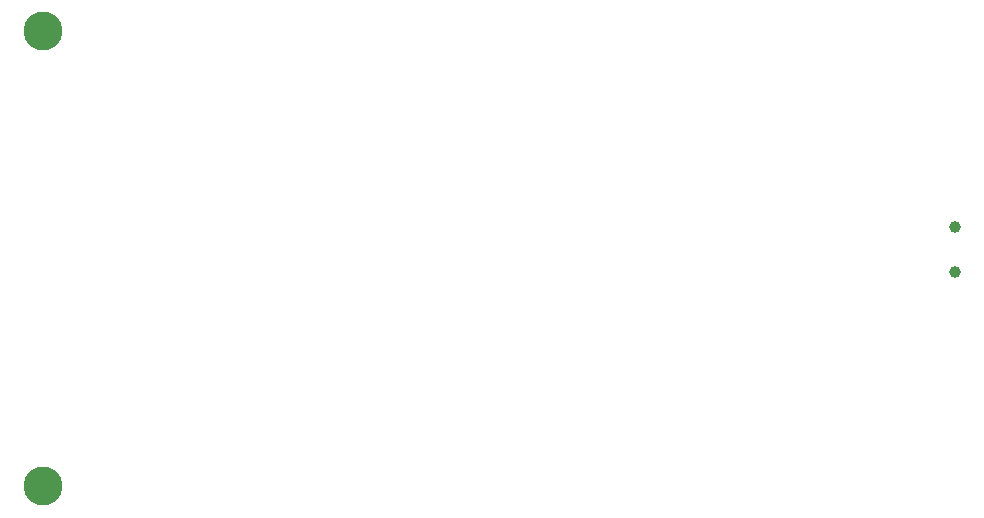
<source format=gbr>
%TF.GenerationSoftware,Altium Limited,Altium Designer,19.0.10 (269)*%
G04 Layer_Color=0*
%FSLAX26Y26*%
%MOIN*%
%TF.FileFunction,NonPlated,1,4,NPTH,Drill*%
%TF.Part,Single*%
G01*
G75*
%TA.AperFunction,ComponentDrill*%
%ADD94C,0.039370*%
%ADD95C,0.129921*%
D94*
X3173228Y1355000D02*
D03*
Y1505000D02*
D03*
D95*
X134095Y642126D02*
D03*
Y2157874D02*
D03*
%TF.MD5,232ddab293f85fc674e76e58e1f8d4f5*%
M02*

</source>
